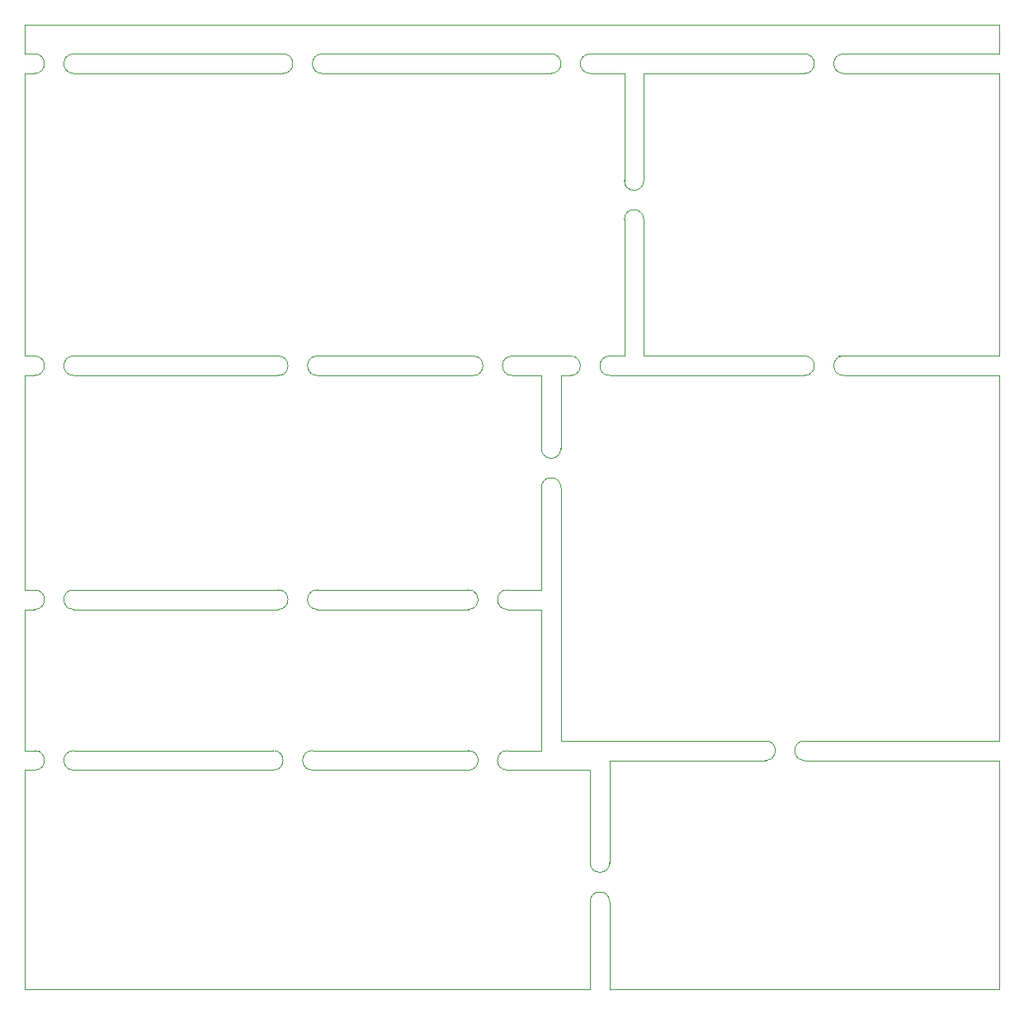
<source format=gbr>
%TF.GenerationSoftware,KiCad,Pcbnew,(6.0.8)*%
%TF.CreationDate,2022-11-19T23:49:02+04:00*%
%TF.ProjectId,panel,70616e65-6c2e-46b6-9963-61645f706362,rev?*%
%TF.SameCoordinates,Original*%
%TF.FileFunction,Profile,NP*%
%FSLAX46Y46*%
G04 Gerber Fmt 4.6, Leading zero omitted, Abs format (unit mm)*
G04 Created by KiCad (PCBNEW (6.0.8)) date 2022-11-19 23:49:02*
%MOMM*%
%LPD*%
G01*
G04 APERTURE LIST*
%TA.AperFunction,Profile*%
%ADD10C,0.100000*%
%TD*%
%TA.AperFunction,Profile*%
%ADD11C,0.050000*%
%TD*%
G04 APERTURE END LIST*
D10*
X61000000Y-65000000D02*
X60000000Y-65000000D01*
D11*
X60000000Y-128000000D02*
X60000000Y-105500000D01*
X118000000Y-128000000D02*
X60000000Y-128000000D01*
D10*
X115000000Y-102500000D02*
X115000000Y-76500000D01*
X113000000Y-103500000D02*
X109500000Y-103500000D01*
X86000000Y-87000000D02*
X65000000Y-87000000D01*
X65000000Y-34000000D02*
X86500000Y-34000000D01*
X109500000Y-105500000D02*
X118000000Y-105500000D01*
X115000000Y-72500000D02*
X115000000Y-65000000D01*
X160000000Y-63000000D02*
X143500000Y-63000000D01*
X113000000Y-76500000D02*
X113000000Y-87000000D01*
X105500000Y-87000000D02*
X90000000Y-87000000D01*
X144000000Y-34000000D02*
X160000000Y-34000000D01*
X113000000Y-87000000D02*
X109500000Y-87000000D01*
X85500000Y-105500000D02*
X65000000Y-105500000D01*
X113000000Y-65000000D02*
X113000000Y-72500000D01*
D11*
X160000000Y-65000000D02*
X160000000Y-102500000D01*
X60000000Y-63000000D02*
X60000000Y-34000000D01*
D10*
X118000000Y-105500000D02*
X118000000Y-115000000D01*
X118000000Y-32000000D02*
X140000000Y-32000000D01*
X65000000Y-103500000D02*
X85500000Y-103500000D01*
X61000000Y-105500000D02*
X60000000Y-105500000D01*
X120000000Y-115000000D02*
X120000000Y-104500000D01*
X118000000Y-119000000D02*
X118000000Y-128000000D01*
X65000000Y-89000000D02*
X86000000Y-89000000D01*
X144000000Y-65000000D02*
X160000000Y-65000000D01*
X144000000Y-32000000D02*
X160000000Y-32000000D01*
D11*
X60000000Y-87000000D02*
X60000000Y-65000000D01*
D10*
X65000000Y-32000000D02*
X86500000Y-32000000D01*
X121500000Y-49000000D02*
X121500000Y-63000000D01*
X120000000Y-104500000D02*
X136000000Y-104500000D01*
X118000000Y-34000000D02*
X121500000Y-34000000D01*
X123500000Y-34000000D02*
X123500000Y-45000000D01*
X61000000Y-89000000D02*
X60000000Y-89000000D01*
X110000000Y-65000000D02*
X113000000Y-65000000D01*
X60000000Y-32000000D02*
X60000000Y-29000000D01*
X121500000Y-63000000D02*
X120000000Y-63000000D01*
X160000000Y-29000000D02*
X160000000Y-32000000D01*
X86000000Y-63000000D02*
X65000000Y-63000000D01*
X140000000Y-63000000D02*
X123500000Y-63000000D01*
X105500000Y-89000000D02*
X90000000Y-89000000D01*
X160000000Y-34000000D02*
X160000000Y-63000000D01*
X113000000Y-89000000D02*
X113000000Y-103500000D01*
X60000000Y-29000000D02*
X160000000Y-29000000D01*
X120000000Y-65000000D02*
X140000000Y-65000000D01*
X160000000Y-104500000D02*
X160000000Y-128000000D01*
X140000000Y-34000000D02*
X123500000Y-34000000D01*
X115000000Y-65000000D02*
X116000000Y-65000000D01*
X123500000Y-63000000D02*
X123500000Y-49000000D01*
X65000000Y-65000000D02*
X86000000Y-65000000D01*
X121500000Y-45000000D02*
X121500000Y-34000000D01*
X61000000Y-63000000D02*
X60000000Y-63000000D01*
X61000000Y-32000000D02*
X60000000Y-32000000D01*
X60000000Y-103500000D02*
X61500000Y-103500000D01*
X90000000Y-65000000D02*
X106000000Y-65000000D01*
X90000000Y-63000000D02*
X106000000Y-63000000D01*
X90500000Y-32000000D02*
X114000000Y-32000000D01*
X136000000Y-102500000D02*
X115000000Y-102500000D01*
X105500000Y-103500000D02*
X89500000Y-103500000D01*
X120000000Y-128000000D02*
X120000000Y-119000000D01*
X61000000Y-87000000D02*
X60000000Y-87000000D01*
X110000000Y-63000000D02*
X116000000Y-63000000D01*
X160000000Y-128000000D02*
X120000000Y-128000000D01*
X61000000Y-34000000D02*
X60000000Y-34000000D01*
X60000000Y-89000000D02*
X60000000Y-103500000D01*
X105500000Y-105500000D02*
X89500000Y-105500000D01*
X140000000Y-102500000D02*
X160000000Y-102500000D01*
X109500000Y-89000000D02*
X113000000Y-89000000D01*
X140000000Y-104500000D02*
X160000000Y-104500000D01*
X90500000Y-34000000D02*
X114000000Y-34000000D01*
%TO.C,mouse-bite-2mm-slot*%
X123500000Y-49000000D02*
G75*
G03*
X121500000Y-49000000I-1000000J0D01*
G01*
X121500000Y-45000000D02*
G75*
G03*
X123500000Y-45000000I1000000J0D01*
G01*
X61000000Y-89000000D02*
G75*
G03*
X61000000Y-87000000I0J1000000D01*
G01*
X65000000Y-87000000D02*
G75*
G03*
X65000000Y-89000000I0J-1000000D01*
G01*
X61000000Y-105500000D02*
G75*
G03*
X61000000Y-103500000I0J1000000D01*
G01*
X65000000Y-103500000D02*
G75*
G03*
X65000000Y-105500000I0J-1000000D01*
G01*
X118000000Y-32000000D02*
G75*
G03*
X118000000Y-34000000I0J-1000000D01*
G01*
X114000000Y-34000000D02*
G75*
G03*
X114000000Y-32000000I0J1000000D01*
G01*
X115000000Y-76500000D02*
G75*
G03*
X113000000Y-76500000I-1000000J0D01*
G01*
X113000000Y-72500000D02*
G75*
G03*
X115000000Y-72500000I1000000J0D01*
G01*
X86500000Y-34000000D02*
G75*
G03*
X86500000Y-32000000I0J1000000D01*
G01*
X90500000Y-32000000D02*
G75*
G03*
X90500000Y-34000000I0J-1000000D01*
G01*
X109500000Y-87000000D02*
G75*
G03*
X109500000Y-89000000I0J-1000000D01*
G01*
X105500000Y-89000000D02*
G75*
G03*
X105500000Y-87000000I0J1000000D01*
G01*
X140000000Y-65000000D02*
G75*
G03*
X140000000Y-63000000I0J1000000D01*
G01*
X144000000Y-63000000D02*
G75*
G03*
X144000000Y-65000000I0J-1000000D01*
G01*
X105500000Y-105500000D02*
G75*
G03*
X105500000Y-103500000I0J1000000D01*
G01*
X109500000Y-103500000D02*
G75*
G03*
X109500000Y-105500000I0J-1000000D01*
G01*
X106000000Y-65000000D02*
G75*
G03*
X106000000Y-63000000I0J1000000D01*
G01*
X110000000Y-63000000D02*
G75*
G03*
X110000000Y-65000000I0J-1000000D01*
G01*
X65000000Y-32000000D02*
G75*
G03*
X65000000Y-34000000I0J-1000000D01*
G01*
X61000000Y-34000000D02*
G75*
G03*
X61000000Y-32000000I0J1000000D01*
G01*
X120000000Y-119000000D02*
G75*
G03*
X118000000Y-119000000I-1000000J0D01*
G01*
X118000000Y-115000000D02*
G75*
G03*
X120000000Y-115000000I1000000J0D01*
G01*
X65000000Y-63000000D02*
G75*
G03*
X65000000Y-65000000I0J-1000000D01*
G01*
X61000000Y-65000000D02*
G75*
G03*
X61000000Y-63000000I0J1000000D01*
G01*
X136000000Y-104500000D02*
G75*
G03*
X136000000Y-102500000I0J1000000D01*
G01*
X140000000Y-102500000D02*
G75*
G03*
X140000000Y-104500000I0J-1000000D01*
G01*
X144000000Y-32000000D02*
G75*
G03*
X144000000Y-34000000I0J-1000000D01*
G01*
X140000000Y-34000000D02*
G75*
G03*
X140000000Y-32000000I0J1000000D01*
G01*
X85500000Y-105500000D02*
G75*
G03*
X85500000Y-103500000I0J1000000D01*
G01*
X89500000Y-103500000D02*
G75*
G03*
X89500000Y-105500000I0J-1000000D01*
G01*
X86000000Y-89000000D02*
G75*
G03*
X86000000Y-87000000I0J1000000D01*
G01*
X90000000Y-87000000D02*
G75*
G03*
X90000000Y-89000000I0J-1000000D01*
G01*
X90000000Y-63000000D02*
G75*
G03*
X90000000Y-65000000I0J-1000000D01*
G01*
X86000000Y-65000000D02*
G75*
G03*
X86000000Y-63000000I0J1000000D01*
G01*
X116000000Y-65000000D02*
G75*
G03*
X116000000Y-63000000I0J1000000D01*
G01*
X120000000Y-63000000D02*
G75*
G03*
X120000000Y-65000000I0J-1000000D01*
G01*
%TD*%
M02*

</source>
